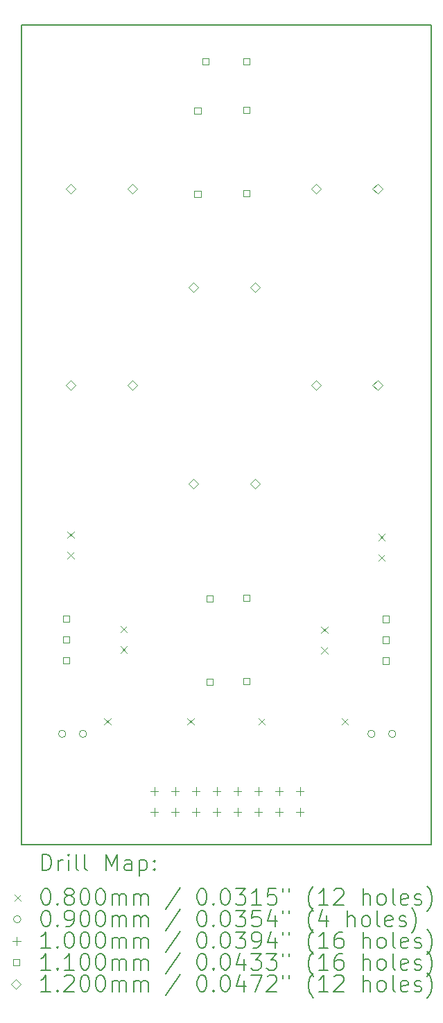
<source format=gbr>
%FSLAX45Y45*%
G04 Gerber Fmt 4.5, Leading zero omitted, Abs format (unit mm)*
G04 Created by KiCad (PCBNEW (6.0.2)) date 2022-03-19 09:05:39*
%MOMM*%
%LPD*%
G01*
G04 APERTURE LIST*
%TA.AperFunction,Profile*%
%ADD10C,0.150000*%
%TD*%
%ADD11C,0.200000*%
%ADD12C,0.080000*%
%ADD13C,0.090000*%
%ADD14C,0.100000*%
%ADD15C,0.110000*%
%ADD16C,0.120000*%
G04 APERTURE END LIST*
D10*
X6000000Y-5000000D02*
X11000000Y-5000000D01*
X6000000Y-15000000D02*
X6000000Y-5000000D01*
X11000000Y-15000000D02*
X11000000Y-5000000D01*
X6000000Y-15000000D02*
X11000000Y-15000000D01*
D11*
D12*
X6560000Y-11180511D02*
X6640000Y-11260511D01*
X6640000Y-11180511D02*
X6560000Y-11260511D01*
X6560000Y-11430511D02*
X6640000Y-11510511D01*
X6640000Y-11430511D02*
X6560000Y-11510511D01*
X7010000Y-13460000D02*
X7090000Y-13540000D01*
X7090000Y-13460000D02*
X7010000Y-13540000D01*
X7210000Y-12330511D02*
X7290000Y-12410511D01*
X7290000Y-12330511D02*
X7210000Y-12410511D01*
X7210000Y-12580511D02*
X7290000Y-12660511D01*
X7290000Y-12580511D02*
X7210000Y-12660511D01*
X8026000Y-13460000D02*
X8106000Y-13540000D01*
X8106000Y-13460000D02*
X8026000Y-13540000D01*
X8894000Y-13460000D02*
X8974000Y-13540000D01*
X8974000Y-13460000D02*
X8894000Y-13540000D01*
X9660000Y-12339489D02*
X9740000Y-12419489D01*
X9740000Y-12339489D02*
X9660000Y-12419489D01*
X9660000Y-12589489D02*
X9740000Y-12669489D01*
X9740000Y-12589489D02*
X9660000Y-12669489D01*
X9910000Y-13460000D02*
X9990000Y-13540000D01*
X9990000Y-13460000D02*
X9910000Y-13540000D01*
X10360000Y-11210000D02*
X10440000Y-11290000D01*
X10440000Y-11210000D02*
X10360000Y-11290000D01*
X10360000Y-11460000D02*
X10440000Y-11540000D01*
X10440000Y-11460000D02*
X10360000Y-11540000D01*
D13*
X6541000Y-13650000D02*
G75*
G03*
X6541000Y-13650000I-45000J0D01*
G01*
X6795000Y-13650000D02*
G75*
G03*
X6795000Y-13650000I-45000J0D01*
G01*
X10317500Y-13650000D02*
G75*
G03*
X10317500Y-13650000I-45000J0D01*
G01*
X10571500Y-13650000D02*
G75*
G03*
X10571500Y-13650000I-45000J0D01*
G01*
D14*
X7622000Y-14300000D02*
X7622000Y-14400000D01*
X7572000Y-14350000D02*
X7672000Y-14350000D01*
X7622000Y-14554000D02*
X7622000Y-14654000D01*
X7572000Y-14604000D02*
X7672000Y-14604000D01*
X7876000Y-14300000D02*
X7876000Y-14400000D01*
X7826000Y-14350000D02*
X7926000Y-14350000D01*
X7876000Y-14554000D02*
X7876000Y-14654000D01*
X7826000Y-14604000D02*
X7926000Y-14604000D01*
X8130000Y-14300000D02*
X8130000Y-14400000D01*
X8080000Y-14350000D02*
X8180000Y-14350000D01*
X8130000Y-14554000D02*
X8130000Y-14654000D01*
X8080000Y-14604000D02*
X8180000Y-14604000D01*
X8384000Y-14300000D02*
X8384000Y-14400000D01*
X8334000Y-14350000D02*
X8434000Y-14350000D01*
X8384000Y-14554000D02*
X8384000Y-14654000D01*
X8334000Y-14604000D02*
X8434000Y-14604000D01*
X8638000Y-14300000D02*
X8638000Y-14400000D01*
X8588000Y-14350000D02*
X8688000Y-14350000D01*
X8638000Y-14554000D02*
X8638000Y-14654000D01*
X8588000Y-14604000D02*
X8688000Y-14604000D01*
X8892000Y-14300000D02*
X8892000Y-14400000D01*
X8842000Y-14350000D02*
X8942000Y-14350000D01*
X8892000Y-14554000D02*
X8892000Y-14654000D01*
X8842000Y-14604000D02*
X8942000Y-14604000D01*
X9146000Y-14300000D02*
X9146000Y-14400000D01*
X9096000Y-14350000D02*
X9196000Y-14350000D01*
X9146000Y-14554000D02*
X9146000Y-14654000D01*
X9096000Y-14604000D02*
X9196000Y-14604000D01*
X9400000Y-14300000D02*
X9400000Y-14400000D01*
X9350000Y-14350000D02*
X9450000Y-14350000D01*
X9400000Y-14554000D02*
X9400000Y-14654000D01*
X9350000Y-14604000D02*
X9450000Y-14604000D01*
D15*
X6584891Y-12284891D02*
X6584891Y-12207109D01*
X6507109Y-12207109D01*
X6507109Y-12284891D01*
X6584891Y-12284891D01*
X6584891Y-12538891D02*
X6584891Y-12461109D01*
X6507109Y-12461109D01*
X6507109Y-12538891D01*
X6584891Y-12538891D01*
X6584891Y-12792891D02*
X6584891Y-12715109D01*
X6507109Y-12715109D01*
X6507109Y-12792891D01*
X6584891Y-12792891D01*
X8188891Y-6088891D02*
X8188891Y-6011109D01*
X8111109Y-6011109D01*
X8111109Y-6088891D01*
X8188891Y-6088891D01*
X8188891Y-7104891D02*
X8188891Y-7027109D01*
X8111109Y-7027109D01*
X8111109Y-7104891D01*
X8188891Y-7104891D01*
X8288891Y-5488891D02*
X8288891Y-5411109D01*
X8211109Y-5411109D01*
X8211109Y-5488891D01*
X8288891Y-5488891D01*
X8338891Y-12038891D02*
X8338891Y-11961109D01*
X8261109Y-11961109D01*
X8261109Y-12038891D01*
X8338891Y-12038891D01*
X8338891Y-13054891D02*
X8338891Y-12977109D01*
X8261109Y-12977109D01*
X8261109Y-13054891D01*
X8338891Y-13054891D01*
X8788891Y-5488891D02*
X8788891Y-5411109D01*
X8711109Y-5411109D01*
X8711109Y-5488891D01*
X8788891Y-5488891D01*
X8788891Y-6080891D02*
X8788891Y-6003109D01*
X8711109Y-6003109D01*
X8711109Y-6080891D01*
X8788891Y-6080891D01*
X8788891Y-7096891D02*
X8788891Y-7019109D01*
X8711109Y-7019109D01*
X8711109Y-7096891D01*
X8788891Y-7096891D01*
X8788891Y-12030891D02*
X8788891Y-11953109D01*
X8711109Y-11953109D01*
X8711109Y-12030891D01*
X8788891Y-12030891D01*
X8788891Y-13046891D02*
X8788891Y-12969109D01*
X8711109Y-12969109D01*
X8711109Y-13046891D01*
X8788891Y-13046891D01*
X10488891Y-12288891D02*
X10488891Y-12211109D01*
X10411109Y-12211109D01*
X10411109Y-12288891D01*
X10488891Y-12288891D01*
X10488891Y-12542891D02*
X10488891Y-12465109D01*
X10411109Y-12465109D01*
X10411109Y-12542891D01*
X10488891Y-12542891D01*
X10488891Y-12796891D02*
X10488891Y-12719109D01*
X10411109Y-12719109D01*
X10411109Y-12796891D01*
X10488891Y-12796891D01*
D16*
X6602222Y-7060000D02*
X6662222Y-7000000D01*
X6602222Y-6940000D01*
X6542222Y-7000000D01*
X6602222Y-7060000D01*
X6602222Y-9460000D02*
X6662222Y-9400000D01*
X6602222Y-9340000D01*
X6542222Y-9400000D01*
X6602222Y-9460000D01*
X7352222Y-7060000D02*
X7412222Y-7000000D01*
X7352222Y-6940000D01*
X7292222Y-7000000D01*
X7352222Y-7060000D01*
X7352222Y-9460000D02*
X7412222Y-9400000D01*
X7352222Y-9340000D01*
X7292222Y-9400000D01*
X7352222Y-9460000D01*
X8100000Y-8260000D02*
X8160000Y-8200000D01*
X8100000Y-8140000D01*
X8040000Y-8200000D01*
X8100000Y-8260000D01*
X8102222Y-10660000D02*
X8162222Y-10600000D01*
X8102222Y-10540000D01*
X8042222Y-10600000D01*
X8102222Y-10660000D01*
X8850000Y-8260000D02*
X8910000Y-8200000D01*
X8850000Y-8140000D01*
X8790000Y-8200000D01*
X8850000Y-8260000D01*
X8852222Y-10660000D02*
X8912222Y-10600000D01*
X8852222Y-10540000D01*
X8792222Y-10600000D01*
X8852222Y-10660000D01*
X9597778Y-7060000D02*
X9657778Y-7000000D01*
X9597778Y-6940000D01*
X9537778Y-7000000D01*
X9597778Y-7060000D01*
X9597778Y-9460000D02*
X9657778Y-9400000D01*
X9597778Y-9340000D01*
X9537778Y-9400000D01*
X9597778Y-9460000D01*
X10347778Y-7060000D02*
X10407778Y-7000000D01*
X10347778Y-6940000D01*
X10287778Y-7000000D01*
X10347778Y-7060000D01*
X10347778Y-9460000D02*
X10407778Y-9400000D01*
X10347778Y-9340000D01*
X10287778Y-9400000D01*
X10347778Y-9460000D01*
D11*
X6250119Y-15317976D02*
X6250119Y-15117976D01*
X6297738Y-15117976D01*
X6326309Y-15127500D01*
X6345357Y-15146548D01*
X6354881Y-15165595D01*
X6364405Y-15203690D01*
X6364405Y-15232262D01*
X6354881Y-15270357D01*
X6345357Y-15289405D01*
X6326309Y-15308452D01*
X6297738Y-15317976D01*
X6250119Y-15317976D01*
X6450119Y-15317976D02*
X6450119Y-15184643D01*
X6450119Y-15222738D02*
X6459643Y-15203690D01*
X6469167Y-15194167D01*
X6488214Y-15184643D01*
X6507262Y-15184643D01*
X6573928Y-15317976D02*
X6573928Y-15184643D01*
X6573928Y-15117976D02*
X6564405Y-15127500D01*
X6573928Y-15137024D01*
X6583452Y-15127500D01*
X6573928Y-15117976D01*
X6573928Y-15137024D01*
X6697738Y-15317976D02*
X6678690Y-15308452D01*
X6669167Y-15289405D01*
X6669167Y-15117976D01*
X6802500Y-15317976D02*
X6783452Y-15308452D01*
X6773928Y-15289405D01*
X6773928Y-15117976D01*
X7031071Y-15317976D02*
X7031071Y-15117976D01*
X7097738Y-15260833D01*
X7164405Y-15117976D01*
X7164405Y-15317976D01*
X7345357Y-15317976D02*
X7345357Y-15213214D01*
X7335833Y-15194167D01*
X7316786Y-15184643D01*
X7278690Y-15184643D01*
X7259643Y-15194167D01*
X7345357Y-15308452D02*
X7326309Y-15317976D01*
X7278690Y-15317976D01*
X7259643Y-15308452D01*
X7250119Y-15289405D01*
X7250119Y-15270357D01*
X7259643Y-15251309D01*
X7278690Y-15241786D01*
X7326309Y-15241786D01*
X7345357Y-15232262D01*
X7440595Y-15184643D02*
X7440595Y-15384643D01*
X7440595Y-15194167D02*
X7459643Y-15184643D01*
X7497738Y-15184643D01*
X7516786Y-15194167D01*
X7526309Y-15203690D01*
X7535833Y-15222738D01*
X7535833Y-15279881D01*
X7526309Y-15298928D01*
X7516786Y-15308452D01*
X7497738Y-15317976D01*
X7459643Y-15317976D01*
X7440595Y-15308452D01*
X7621548Y-15298928D02*
X7631071Y-15308452D01*
X7621548Y-15317976D01*
X7612024Y-15308452D01*
X7621548Y-15298928D01*
X7621548Y-15317976D01*
X7621548Y-15194167D02*
X7631071Y-15203690D01*
X7621548Y-15213214D01*
X7612024Y-15203690D01*
X7621548Y-15194167D01*
X7621548Y-15213214D01*
D12*
X5912500Y-15607500D02*
X5992500Y-15687500D01*
X5992500Y-15607500D02*
X5912500Y-15687500D01*
D11*
X6288214Y-15537976D02*
X6307262Y-15537976D01*
X6326309Y-15547500D01*
X6335833Y-15557024D01*
X6345357Y-15576071D01*
X6354881Y-15614167D01*
X6354881Y-15661786D01*
X6345357Y-15699881D01*
X6335833Y-15718928D01*
X6326309Y-15728452D01*
X6307262Y-15737976D01*
X6288214Y-15737976D01*
X6269167Y-15728452D01*
X6259643Y-15718928D01*
X6250119Y-15699881D01*
X6240595Y-15661786D01*
X6240595Y-15614167D01*
X6250119Y-15576071D01*
X6259643Y-15557024D01*
X6269167Y-15547500D01*
X6288214Y-15537976D01*
X6440595Y-15718928D02*
X6450119Y-15728452D01*
X6440595Y-15737976D01*
X6431071Y-15728452D01*
X6440595Y-15718928D01*
X6440595Y-15737976D01*
X6564405Y-15623690D02*
X6545357Y-15614167D01*
X6535833Y-15604643D01*
X6526309Y-15585595D01*
X6526309Y-15576071D01*
X6535833Y-15557024D01*
X6545357Y-15547500D01*
X6564405Y-15537976D01*
X6602500Y-15537976D01*
X6621548Y-15547500D01*
X6631071Y-15557024D01*
X6640595Y-15576071D01*
X6640595Y-15585595D01*
X6631071Y-15604643D01*
X6621548Y-15614167D01*
X6602500Y-15623690D01*
X6564405Y-15623690D01*
X6545357Y-15633214D01*
X6535833Y-15642738D01*
X6526309Y-15661786D01*
X6526309Y-15699881D01*
X6535833Y-15718928D01*
X6545357Y-15728452D01*
X6564405Y-15737976D01*
X6602500Y-15737976D01*
X6621548Y-15728452D01*
X6631071Y-15718928D01*
X6640595Y-15699881D01*
X6640595Y-15661786D01*
X6631071Y-15642738D01*
X6621548Y-15633214D01*
X6602500Y-15623690D01*
X6764405Y-15537976D02*
X6783452Y-15537976D01*
X6802500Y-15547500D01*
X6812024Y-15557024D01*
X6821548Y-15576071D01*
X6831071Y-15614167D01*
X6831071Y-15661786D01*
X6821548Y-15699881D01*
X6812024Y-15718928D01*
X6802500Y-15728452D01*
X6783452Y-15737976D01*
X6764405Y-15737976D01*
X6745357Y-15728452D01*
X6735833Y-15718928D01*
X6726309Y-15699881D01*
X6716786Y-15661786D01*
X6716786Y-15614167D01*
X6726309Y-15576071D01*
X6735833Y-15557024D01*
X6745357Y-15547500D01*
X6764405Y-15537976D01*
X6954881Y-15537976D02*
X6973928Y-15537976D01*
X6992976Y-15547500D01*
X7002500Y-15557024D01*
X7012024Y-15576071D01*
X7021548Y-15614167D01*
X7021548Y-15661786D01*
X7012024Y-15699881D01*
X7002500Y-15718928D01*
X6992976Y-15728452D01*
X6973928Y-15737976D01*
X6954881Y-15737976D01*
X6935833Y-15728452D01*
X6926309Y-15718928D01*
X6916786Y-15699881D01*
X6907262Y-15661786D01*
X6907262Y-15614167D01*
X6916786Y-15576071D01*
X6926309Y-15557024D01*
X6935833Y-15547500D01*
X6954881Y-15537976D01*
X7107262Y-15737976D02*
X7107262Y-15604643D01*
X7107262Y-15623690D02*
X7116786Y-15614167D01*
X7135833Y-15604643D01*
X7164405Y-15604643D01*
X7183452Y-15614167D01*
X7192976Y-15633214D01*
X7192976Y-15737976D01*
X7192976Y-15633214D02*
X7202500Y-15614167D01*
X7221548Y-15604643D01*
X7250119Y-15604643D01*
X7269167Y-15614167D01*
X7278690Y-15633214D01*
X7278690Y-15737976D01*
X7373928Y-15737976D02*
X7373928Y-15604643D01*
X7373928Y-15623690D02*
X7383452Y-15614167D01*
X7402500Y-15604643D01*
X7431071Y-15604643D01*
X7450119Y-15614167D01*
X7459643Y-15633214D01*
X7459643Y-15737976D01*
X7459643Y-15633214D02*
X7469167Y-15614167D01*
X7488214Y-15604643D01*
X7516786Y-15604643D01*
X7535833Y-15614167D01*
X7545357Y-15633214D01*
X7545357Y-15737976D01*
X7935833Y-15528452D02*
X7764405Y-15785595D01*
X8192976Y-15537976D02*
X8212024Y-15537976D01*
X8231071Y-15547500D01*
X8240595Y-15557024D01*
X8250119Y-15576071D01*
X8259643Y-15614167D01*
X8259643Y-15661786D01*
X8250119Y-15699881D01*
X8240595Y-15718928D01*
X8231071Y-15728452D01*
X8212024Y-15737976D01*
X8192976Y-15737976D01*
X8173928Y-15728452D01*
X8164405Y-15718928D01*
X8154881Y-15699881D01*
X8145357Y-15661786D01*
X8145357Y-15614167D01*
X8154881Y-15576071D01*
X8164405Y-15557024D01*
X8173928Y-15547500D01*
X8192976Y-15537976D01*
X8345357Y-15718928D02*
X8354881Y-15728452D01*
X8345357Y-15737976D01*
X8335833Y-15728452D01*
X8345357Y-15718928D01*
X8345357Y-15737976D01*
X8478690Y-15537976D02*
X8497738Y-15537976D01*
X8516786Y-15547500D01*
X8526310Y-15557024D01*
X8535833Y-15576071D01*
X8545357Y-15614167D01*
X8545357Y-15661786D01*
X8535833Y-15699881D01*
X8526310Y-15718928D01*
X8516786Y-15728452D01*
X8497738Y-15737976D01*
X8478690Y-15737976D01*
X8459643Y-15728452D01*
X8450119Y-15718928D01*
X8440595Y-15699881D01*
X8431071Y-15661786D01*
X8431071Y-15614167D01*
X8440595Y-15576071D01*
X8450119Y-15557024D01*
X8459643Y-15547500D01*
X8478690Y-15537976D01*
X8612024Y-15537976D02*
X8735833Y-15537976D01*
X8669167Y-15614167D01*
X8697738Y-15614167D01*
X8716786Y-15623690D01*
X8726310Y-15633214D01*
X8735833Y-15652262D01*
X8735833Y-15699881D01*
X8726310Y-15718928D01*
X8716786Y-15728452D01*
X8697738Y-15737976D01*
X8640595Y-15737976D01*
X8621548Y-15728452D01*
X8612024Y-15718928D01*
X8926310Y-15737976D02*
X8812024Y-15737976D01*
X8869167Y-15737976D02*
X8869167Y-15537976D01*
X8850119Y-15566548D01*
X8831071Y-15585595D01*
X8812024Y-15595119D01*
X9107262Y-15537976D02*
X9012024Y-15537976D01*
X9002500Y-15633214D01*
X9012024Y-15623690D01*
X9031071Y-15614167D01*
X9078690Y-15614167D01*
X9097738Y-15623690D01*
X9107262Y-15633214D01*
X9116786Y-15652262D01*
X9116786Y-15699881D01*
X9107262Y-15718928D01*
X9097738Y-15728452D01*
X9078690Y-15737976D01*
X9031071Y-15737976D01*
X9012024Y-15728452D01*
X9002500Y-15718928D01*
X9192976Y-15537976D02*
X9192976Y-15576071D01*
X9269167Y-15537976D02*
X9269167Y-15576071D01*
X9564405Y-15814167D02*
X9554881Y-15804643D01*
X9535833Y-15776071D01*
X9526310Y-15757024D01*
X9516786Y-15728452D01*
X9507262Y-15680833D01*
X9507262Y-15642738D01*
X9516786Y-15595119D01*
X9526310Y-15566548D01*
X9535833Y-15547500D01*
X9554881Y-15518928D01*
X9564405Y-15509405D01*
X9745357Y-15737976D02*
X9631071Y-15737976D01*
X9688214Y-15737976D02*
X9688214Y-15537976D01*
X9669167Y-15566548D01*
X9650119Y-15585595D01*
X9631071Y-15595119D01*
X9821548Y-15557024D02*
X9831071Y-15547500D01*
X9850119Y-15537976D01*
X9897738Y-15537976D01*
X9916786Y-15547500D01*
X9926310Y-15557024D01*
X9935833Y-15576071D01*
X9935833Y-15595119D01*
X9926310Y-15623690D01*
X9812024Y-15737976D01*
X9935833Y-15737976D01*
X10173929Y-15737976D02*
X10173929Y-15537976D01*
X10259643Y-15737976D02*
X10259643Y-15633214D01*
X10250119Y-15614167D01*
X10231071Y-15604643D01*
X10202500Y-15604643D01*
X10183452Y-15614167D01*
X10173929Y-15623690D01*
X10383452Y-15737976D02*
X10364405Y-15728452D01*
X10354881Y-15718928D01*
X10345357Y-15699881D01*
X10345357Y-15642738D01*
X10354881Y-15623690D01*
X10364405Y-15614167D01*
X10383452Y-15604643D01*
X10412024Y-15604643D01*
X10431071Y-15614167D01*
X10440595Y-15623690D01*
X10450119Y-15642738D01*
X10450119Y-15699881D01*
X10440595Y-15718928D01*
X10431071Y-15728452D01*
X10412024Y-15737976D01*
X10383452Y-15737976D01*
X10564405Y-15737976D02*
X10545357Y-15728452D01*
X10535833Y-15709405D01*
X10535833Y-15537976D01*
X10716786Y-15728452D02*
X10697738Y-15737976D01*
X10659643Y-15737976D01*
X10640595Y-15728452D01*
X10631071Y-15709405D01*
X10631071Y-15633214D01*
X10640595Y-15614167D01*
X10659643Y-15604643D01*
X10697738Y-15604643D01*
X10716786Y-15614167D01*
X10726310Y-15633214D01*
X10726310Y-15652262D01*
X10631071Y-15671309D01*
X10802500Y-15728452D02*
X10821548Y-15737976D01*
X10859643Y-15737976D01*
X10878690Y-15728452D01*
X10888214Y-15709405D01*
X10888214Y-15699881D01*
X10878690Y-15680833D01*
X10859643Y-15671309D01*
X10831071Y-15671309D01*
X10812024Y-15661786D01*
X10802500Y-15642738D01*
X10802500Y-15633214D01*
X10812024Y-15614167D01*
X10831071Y-15604643D01*
X10859643Y-15604643D01*
X10878690Y-15614167D01*
X10954881Y-15814167D02*
X10964405Y-15804643D01*
X10983452Y-15776071D01*
X10992976Y-15757024D01*
X11002500Y-15728452D01*
X11012024Y-15680833D01*
X11012024Y-15642738D01*
X11002500Y-15595119D01*
X10992976Y-15566548D01*
X10983452Y-15547500D01*
X10964405Y-15518928D01*
X10954881Y-15509405D01*
D13*
X5992500Y-15911500D02*
G75*
G03*
X5992500Y-15911500I-45000J0D01*
G01*
D11*
X6288214Y-15801976D02*
X6307262Y-15801976D01*
X6326309Y-15811500D01*
X6335833Y-15821024D01*
X6345357Y-15840071D01*
X6354881Y-15878167D01*
X6354881Y-15925786D01*
X6345357Y-15963881D01*
X6335833Y-15982928D01*
X6326309Y-15992452D01*
X6307262Y-16001976D01*
X6288214Y-16001976D01*
X6269167Y-15992452D01*
X6259643Y-15982928D01*
X6250119Y-15963881D01*
X6240595Y-15925786D01*
X6240595Y-15878167D01*
X6250119Y-15840071D01*
X6259643Y-15821024D01*
X6269167Y-15811500D01*
X6288214Y-15801976D01*
X6440595Y-15982928D02*
X6450119Y-15992452D01*
X6440595Y-16001976D01*
X6431071Y-15992452D01*
X6440595Y-15982928D01*
X6440595Y-16001976D01*
X6545357Y-16001976D02*
X6583452Y-16001976D01*
X6602500Y-15992452D01*
X6612024Y-15982928D01*
X6631071Y-15954357D01*
X6640595Y-15916262D01*
X6640595Y-15840071D01*
X6631071Y-15821024D01*
X6621548Y-15811500D01*
X6602500Y-15801976D01*
X6564405Y-15801976D01*
X6545357Y-15811500D01*
X6535833Y-15821024D01*
X6526309Y-15840071D01*
X6526309Y-15887690D01*
X6535833Y-15906738D01*
X6545357Y-15916262D01*
X6564405Y-15925786D01*
X6602500Y-15925786D01*
X6621548Y-15916262D01*
X6631071Y-15906738D01*
X6640595Y-15887690D01*
X6764405Y-15801976D02*
X6783452Y-15801976D01*
X6802500Y-15811500D01*
X6812024Y-15821024D01*
X6821548Y-15840071D01*
X6831071Y-15878167D01*
X6831071Y-15925786D01*
X6821548Y-15963881D01*
X6812024Y-15982928D01*
X6802500Y-15992452D01*
X6783452Y-16001976D01*
X6764405Y-16001976D01*
X6745357Y-15992452D01*
X6735833Y-15982928D01*
X6726309Y-15963881D01*
X6716786Y-15925786D01*
X6716786Y-15878167D01*
X6726309Y-15840071D01*
X6735833Y-15821024D01*
X6745357Y-15811500D01*
X6764405Y-15801976D01*
X6954881Y-15801976D02*
X6973928Y-15801976D01*
X6992976Y-15811500D01*
X7002500Y-15821024D01*
X7012024Y-15840071D01*
X7021548Y-15878167D01*
X7021548Y-15925786D01*
X7012024Y-15963881D01*
X7002500Y-15982928D01*
X6992976Y-15992452D01*
X6973928Y-16001976D01*
X6954881Y-16001976D01*
X6935833Y-15992452D01*
X6926309Y-15982928D01*
X6916786Y-15963881D01*
X6907262Y-15925786D01*
X6907262Y-15878167D01*
X6916786Y-15840071D01*
X6926309Y-15821024D01*
X6935833Y-15811500D01*
X6954881Y-15801976D01*
X7107262Y-16001976D02*
X7107262Y-15868643D01*
X7107262Y-15887690D02*
X7116786Y-15878167D01*
X7135833Y-15868643D01*
X7164405Y-15868643D01*
X7183452Y-15878167D01*
X7192976Y-15897214D01*
X7192976Y-16001976D01*
X7192976Y-15897214D02*
X7202500Y-15878167D01*
X7221548Y-15868643D01*
X7250119Y-15868643D01*
X7269167Y-15878167D01*
X7278690Y-15897214D01*
X7278690Y-16001976D01*
X7373928Y-16001976D02*
X7373928Y-15868643D01*
X7373928Y-15887690D02*
X7383452Y-15878167D01*
X7402500Y-15868643D01*
X7431071Y-15868643D01*
X7450119Y-15878167D01*
X7459643Y-15897214D01*
X7459643Y-16001976D01*
X7459643Y-15897214D02*
X7469167Y-15878167D01*
X7488214Y-15868643D01*
X7516786Y-15868643D01*
X7535833Y-15878167D01*
X7545357Y-15897214D01*
X7545357Y-16001976D01*
X7935833Y-15792452D02*
X7764405Y-16049595D01*
X8192976Y-15801976D02*
X8212024Y-15801976D01*
X8231071Y-15811500D01*
X8240595Y-15821024D01*
X8250119Y-15840071D01*
X8259643Y-15878167D01*
X8259643Y-15925786D01*
X8250119Y-15963881D01*
X8240595Y-15982928D01*
X8231071Y-15992452D01*
X8212024Y-16001976D01*
X8192976Y-16001976D01*
X8173928Y-15992452D01*
X8164405Y-15982928D01*
X8154881Y-15963881D01*
X8145357Y-15925786D01*
X8145357Y-15878167D01*
X8154881Y-15840071D01*
X8164405Y-15821024D01*
X8173928Y-15811500D01*
X8192976Y-15801976D01*
X8345357Y-15982928D02*
X8354881Y-15992452D01*
X8345357Y-16001976D01*
X8335833Y-15992452D01*
X8345357Y-15982928D01*
X8345357Y-16001976D01*
X8478690Y-15801976D02*
X8497738Y-15801976D01*
X8516786Y-15811500D01*
X8526310Y-15821024D01*
X8535833Y-15840071D01*
X8545357Y-15878167D01*
X8545357Y-15925786D01*
X8535833Y-15963881D01*
X8526310Y-15982928D01*
X8516786Y-15992452D01*
X8497738Y-16001976D01*
X8478690Y-16001976D01*
X8459643Y-15992452D01*
X8450119Y-15982928D01*
X8440595Y-15963881D01*
X8431071Y-15925786D01*
X8431071Y-15878167D01*
X8440595Y-15840071D01*
X8450119Y-15821024D01*
X8459643Y-15811500D01*
X8478690Y-15801976D01*
X8612024Y-15801976D02*
X8735833Y-15801976D01*
X8669167Y-15878167D01*
X8697738Y-15878167D01*
X8716786Y-15887690D01*
X8726310Y-15897214D01*
X8735833Y-15916262D01*
X8735833Y-15963881D01*
X8726310Y-15982928D01*
X8716786Y-15992452D01*
X8697738Y-16001976D01*
X8640595Y-16001976D01*
X8621548Y-15992452D01*
X8612024Y-15982928D01*
X8916786Y-15801976D02*
X8821548Y-15801976D01*
X8812024Y-15897214D01*
X8821548Y-15887690D01*
X8840595Y-15878167D01*
X8888214Y-15878167D01*
X8907262Y-15887690D01*
X8916786Y-15897214D01*
X8926310Y-15916262D01*
X8926310Y-15963881D01*
X8916786Y-15982928D01*
X8907262Y-15992452D01*
X8888214Y-16001976D01*
X8840595Y-16001976D01*
X8821548Y-15992452D01*
X8812024Y-15982928D01*
X9097738Y-15868643D02*
X9097738Y-16001976D01*
X9050119Y-15792452D02*
X9002500Y-15935309D01*
X9126310Y-15935309D01*
X9192976Y-15801976D02*
X9192976Y-15840071D01*
X9269167Y-15801976D02*
X9269167Y-15840071D01*
X9564405Y-16078167D02*
X9554881Y-16068643D01*
X9535833Y-16040071D01*
X9526310Y-16021024D01*
X9516786Y-15992452D01*
X9507262Y-15944833D01*
X9507262Y-15906738D01*
X9516786Y-15859119D01*
X9526310Y-15830548D01*
X9535833Y-15811500D01*
X9554881Y-15782928D01*
X9564405Y-15773405D01*
X9726310Y-15868643D02*
X9726310Y-16001976D01*
X9678690Y-15792452D02*
X9631071Y-15935309D01*
X9754881Y-15935309D01*
X9983452Y-16001976D02*
X9983452Y-15801976D01*
X10069167Y-16001976D02*
X10069167Y-15897214D01*
X10059643Y-15878167D01*
X10040595Y-15868643D01*
X10012024Y-15868643D01*
X9992976Y-15878167D01*
X9983452Y-15887690D01*
X10192976Y-16001976D02*
X10173929Y-15992452D01*
X10164405Y-15982928D01*
X10154881Y-15963881D01*
X10154881Y-15906738D01*
X10164405Y-15887690D01*
X10173929Y-15878167D01*
X10192976Y-15868643D01*
X10221548Y-15868643D01*
X10240595Y-15878167D01*
X10250119Y-15887690D01*
X10259643Y-15906738D01*
X10259643Y-15963881D01*
X10250119Y-15982928D01*
X10240595Y-15992452D01*
X10221548Y-16001976D01*
X10192976Y-16001976D01*
X10373929Y-16001976D02*
X10354881Y-15992452D01*
X10345357Y-15973405D01*
X10345357Y-15801976D01*
X10526310Y-15992452D02*
X10507262Y-16001976D01*
X10469167Y-16001976D01*
X10450119Y-15992452D01*
X10440595Y-15973405D01*
X10440595Y-15897214D01*
X10450119Y-15878167D01*
X10469167Y-15868643D01*
X10507262Y-15868643D01*
X10526310Y-15878167D01*
X10535833Y-15897214D01*
X10535833Y-15916262D01*
X10440595Y-15935309D01*
X10612024Y-15992452D02*
X10631071Y-16001976D01*
X10669167Y-16001976D01*
X10688214Y-15992452D01*
X10697738Y-15973405D01*
X10697738Y-15963881D01*
X10688214Y-15944833D01*
X10669167Y-15935309D01*
X10640595Y-15935309D01*
X10621548Y-15925786D01*
X10612024Y-15906738D01*
X10612024Y-15897214D01*
X10621548Y-15878167D01*
X10640595Y-15868643D01*
X10669167Y-15868643D01*
X10688214Y-15878167D01*
X10764405Y-16078167D02*
X10773929Y-16068643D01*
X10792976Y-16040071D01*
X10802500Y-16021024D01*
X10812024Y-15992452D01*
X10821548Y-15944833D01*
X10821548Y-15906738D01*
X10812024Y-15859119D01*
X10802500Y-15830548D01*
X10792976Y-15811500D01*
X10773929Y-15782928D01*
X10764405Y-15773405D01*
D14*
X5942500Y-16125500D02*
X5942500Y-16225500D01*
X5892500Y-16175500D02*
X5992500Y-16175500D01*
D11*
X6354881Y-16265976D02*
X6240595Y-16265976D01*
X6297738Y-16265976D02*
X6297738Y-16065976D01*
X6278690Y-16094548D01*
X6259643Y-16113595D01*
X6240595Y-16123119D01*
X6440595Y-16246928D02*
X6450119Y-16256452D01*
X6440595Y-16265976D01*
X6431071Y-16256452D01*
X6440595Y-16246928D01*
X6440595Y-16265976D01*
X6573928Y-16065976D02*
X6592976Y-16065976D01*
X6612024Y-16075500D01*
X6621548Y-16085024D01*
X6631071Y-16104071D01*
X6640595Y-16142167D01*
X6640595Y-16189786D01*
X6631071Y-16227881D01*
X6621548Y-16246928D01*
X6612024Y-16256452D01*
X6592976Y-16265976D01*
X6573928Y-16265976D01*
X6554881Y-16256452D01*
X6545357Y-16246928D01*
X6535833Y-16227881D01*
X6526309Y-16189786D01*
X6526309Y-16142167D01*
X6535833Y-16104071D01*
X6545357Y-16085024D01*
X6554881Y-16075500D01*
X6573928Y-16065976D01*
X6764405Y-16065976D02*
X6783452Y-16065976D01*
X6802500Y-16075500D01*
X6812024Y-16085024D01*
X6821548Y-16104071D01*
X6831071Y-16142167D01*
X6831071Y-16189786D01*
X6821548Y-16227881D01*
X6812024Y-16246928D01*
X6802500Y-16256452D01*
X6783452Y-16265976D01*
X6764405Y-16265976D01*
X6745357Y-16256452D01*
X6735833Y-16246928D01*
X6726309Y-16227881D01*
X6716786Y-16189786D01*
X6716786Y-16142167D01*
X6726309Y-16104071D01*
X6735833Y-16085024D01*
X6745357Y-16075500D01*
X6764405Y-16065976D01*
X6954881Y-16065976D02*
X6973928Y-16065976D01*
X6992976Y-16075500D01*
X7002500Y-16085024D01*
X7012024Y-16104071D01*
X7021548Y-16142167D01*
X7021548Y-16189786D01*
X7012024Y-16227881D01*
X7002500Y-16246928D01*
X6992976Y-16256452D01*
X6973928Y-16265976D01*
X6954881Y-16265976D01*
X6935833Y-16256452D01*
X6926309Y-16246928D01*
X6916786Y-16227881D01*
X6907262Y-16189786D01*
X6907262Y-16142167D01*
X6916786Y-16104071D01*
X6926309Y-16085024D01*
X6935833Y-16075500D01*
X6954881Y-16065976D01*
X7107262Y-16265976D02*
X7107262Y-16132643D01*
X7107262Y-16151690D02*
X7116786Y-16142167D01*
X7135833Y-16132643D01*
X7164405Y-16132643D01*
X7183452Y-16142167D01*
X7192976Y-16161214D01*
X7192976Y-16265976D01*
X7192976Y-16161214D02*
X7202500Y-16142167D01*
X7221548Y-16132643D01*
X7250119Y-16132643D01*
X7269167Y-16142167D01*
X7278690Y-16161214D01*
X7278690Y-16265976D01*
X7373928Y-16265976D02*
X7373928Y-16132643D01*
X7373928Y-16151690D02*
X7383452Y-16142167D01*
X7402500Y-16132643D01*
X7431071Y-16132643D01*
X7450119Y-16142167D01*
X7459643Y-16161214D01*
X7459643Y-16265976D01*
X7459643Y-16161214D02*
X7469167Y-16142167D01*
X7488214Y-16132643D01*
X7516786Y-16132643D01*
X7535833Y-16142167D01*
X7545357Y-16161214D01*
X7545357Y-16265976D01*
X7935833Y-16056452D02*
X7764405Y-16313595D01*
X8192976Y-16065976D02*
X8212024Y-16065976D01*
X8231071Y-16075500D01*
X8240595Y-16085024D01*
X8250119Y-16104071D01*
X8259643Y-16142167D01*
X8259643Y-16189786D01*
X8250119Y-16227881D01*
X8240595Y-16246928D01*
X8231071Y-16256452D01*
X8212024Y-16265976D01*
X8192976Y-16265976D01*
X8173928Y-16256452D01*
X8164405Y-16246928D01*
X8154881Y-16227881D01*
X8145357Y-16189786D01*
X8145357Y-16142167D01*
X8154881Y-16104071D01*
X8164405Y-16085024D01*
X8173928Y-16075500D01*
X8192976Y-16065976D01*
X8345357Y-16246928D02*
X8354881Y-16256452D01*
X8345357Y-16265976D01*
X8335833Y-16256452D01*
X8345357Y-16246928D01*
X8345357Y-16265976D01*
X8478690Y-16065976D02*
X8497738Y-16065976D01*
X8516786Y-16075500D01*
X8526310Y-16085024D01*
X8535833Y-16104071D01*
X8545357Y-16142167D01*
X8545357Y-16189786D01*
X8535833Y-16227881D01*
X8526310Y-16246928D01*
X8516786Y-16256452D01*
X8497738Y-16265976D01*
X8478690Y-16265976D01*
X8459643Y-16256452D01*
X8450119Y-16246928D01*
X8440595Y-16227881D01*
X8431071Y-16189786D01*
X8431071Y-16142167D01*
X8440595Y-16104071D01*
X8450119Y-16085024D01*
X8459643Y-16075500D01*
X8478690Y-16065976D01*
X8612024Y-16065976D02*
X8735833Y-16065976D01*
X8669167Y-16142167D01*
X8697738Y-16142167D01*
X8716786Y-16151690D01*
X8726310Y-16161214D01*
X8735833Y-16180262D01*
X8735833Y-16227881D01*
X8726310Y-16246928D01*
X8716786Y-16256452D01*
X8697738Y-16265976D01*
X8640595Y-16265976D01*
X8621548Y-16256452D01*
X8612024Y-16246928D01*
X8831071Y-16265976D02*
X8869167Y-16265976D01*
X8888214Y-16256452D01*
X8897738Y-16246928D01*
X8916786Y-16218357D01*
X8926310Y-16180262D01*
X8926310Y-16104071D01*
X8916786Y-16085024D01*
X8907262Y-16075500D01*
X8888214Y-16065976D01*
X8850119Y-16065976D01*
X8831071Y-16075500D01*
X8821548Y-16085024D01*
X8812024Y-16104071D01*
X8812024Y-16151690D01*
X8821548Y-16170738D01*
X8831071Y-16180262D01*
X8850119Y-16189786D01*
X8888214Y-16189786D01*
X8907262Y-16180262D01*
X8916786Y-16170738D01*
X8926310Y-16151690D01*
X9097738Y-16132643D02*
X9097738Y-16265976D01*
X9050119Y-16056452D02*
X9002500Y-16199309D01*
X9126310Y-16199309D01*
X9192976Y-16065976D02*
X9192976Y-16104071D01*
X9269167Y-16065976D02*
X9269167Y-16104071D01*
X9564405Y-16342167D02*
X9554881Y-16332643D01*
X9535833Y-16304071D01*
X9526310Y-16285024D01*
X9516786Y-16256452D01*
X9507262Y-16208833D01*
X9507262Y-16170738D01*
X9516786Y-16123119D01*
X9526310Y-16094548D01*
X9535833Y-16075500D01*
X9554881Y-16046928D01*
X9564405Y-16037405D01*
X9745357Y-16265976D02*
X9631071Y-16265976D01*
X9688214Y-16265976D02*
X9688214Y-16065976D01*
X9669167Y-16094548D01*
X9650119Y-16113595D01*
X9631071Y-16123119D01*
X9916786Y-16065976D02*
X9878690Y-16065976D01*
X9859643Y-16075500D01*
X9850119Y-16085024D01*
X9831071Y-16113595D01*
X9821548Y-16151690D01*
X9821548Y-16227881D01*
X9831071Y-16246928D01*
X9840595Y-16256452D01*
X9859643Y-16265976D01*
X9897738Y-16265976D01*
X9916786Y-16256452D01*
X9926310Y-16246928D01*
X9935833Y-16227881D01*
X9935833Y-16180262D01*
X9926310Y-16161214D01*
X9916786Y-16151690D01*
X9897738Y-16142167D01*
X9859643Y-16142167D01*
X9840595Y-16151690D01*
X9831071Y-16161214D01*
X9821548Y-16180262D01*
X10173929Y-16265976D02*
X10173929Y-16065976D01*
X10259643Y-16265976D02*
X10259643Y-16161214D01*
X10250119Y-16142167D01*
X10231071Y-16132643D01*
X10202500Y-16132643D01*
X10183452Y-16142167D01*
X10173929Y-16151690D01*
X10383452Y-16265976D02*
X10364405Y-16256452D01*
X10354881Y-16246928D01*
X10345357Y-16227881D01*
X10345357Y-16170738D01*
X10354881Y-16151690D01*
X10364405Y-16142167D01*
X10383452Y-16132643D01*
X10412024Y-16132643D01*
X10431071Y-16142167D01*
X10440595Y-16151690D01*
X10450119Y-16170738D01*
X10450119Y-16227881D01*
X10440595Y-16246928D01*
X10431071Y-16256452D01*
X10412024Y-16265976D01*
X10383452Y-16265976D01*
X10564405Y-16265976D02*
X10545357Y-16256452D01*
X10535833Y-16237405D01*
X10535833Y-16065976D01*
X10716786Y-16256452D02*
X10697738Y-16265976D01*
X10659643Y-16265976D01*
X10640595Y-16256452D01*
X10631071Y-16237405D01*
X10631071Y-16161214D01*
X10640595Y-16142167D01*
X10659643Y-16132643D01*
X10697738Y-16132643D01*
X10716786Y-16142167D01*
X10726310Y-16161214D01*
X10726310Y-16180262D01*
X10631071Y-16199309D01*
X10802500Y-16256452D02*
X10821548Y-16265976D01*
X10859643Y-16265976D01*
X10878690Y-16256452D01*
X10888214Y-16237405D01*
X10888214Y-16227881D01*
X10878690Y-16208833D01*
X10859643Y-16199309D01*
X10831071Y-16199309D01*
X10812024Y-16189786D01*
X10802500Y-16170738D01*
X10802500Y-16161214D01*
X10812024Y-16142167D01*
X10831071Y-16132643D01*
X10859643Y-16132643D01*
X10878690Y-16142167D01*
X10954881Y-16342167D02*
X10964405Y-16332643D01*
X10983452Y-16304071D01*
X10992976Y-16285024D01*
X11002500Y-16256452D01*
X11012024Y-16208833D01*
X11012024Y-16170738D01*
X11002500Y-16123119D01*
X10992976Y-16094548D01*
X10983452Y-16075500D01*
X10964405Y-16046928D01*
X10954881Y-16037405D01*
D15*
X5976391Y-16478391D02*
X5976391Y-16400609D01*
X5898609Y-16400609D01*
X5898609Y-16478391D01*
X5976391Y-16478391D01*
D11*
X6354881Y-16529976D02*
X6240595Y-16529976D01*
X6297738Y-16529976D02*
X6297738Y-16329976D01*
X6278690Y-16358548D01*
X6259643Y-16377595D01*
X6240595Y-16387119D01*
X6440595Y-16510928D02*
X6450119Y-16520452D01*
X6440595Y-16529976D01*
X6431071Y-16520452D01*
X6440595Y-16510928D01*
X6440595Y-16529976D01*
X6640595Y-16529976D02*
X6526309Y-16529976D01*
X6583452Y-16529976D02*
X6583452Y-16329976D01*
X6564405Y-16358548D01*
X6545357Y-16377595D01*
X6526309Y-16387119D01*
X6764405Y-16329976D02*
X6783452Y-16329976D01*
X6802500Y-16339500D01*
X6812024Y-16349024D01*
X6821548Y-16368071D01*
X6831071Y-16406167D01*
X6831071Y-16453786D01*
X6821548Y-16491881D01*
X6812024Y-16510928D01*
X6802500Y-16520452D01*
X6783452Y-16529976D01*
X6764405Y-16529976D01*
X6745357Y-16520452D01*
X6735833Y-16510928D01*
X6726309Y-16491881D01*
X6716786Y-16453786D01*
X6716786Y-16406167D01*
X6726309Y-16368071D01*
X6735833Y-16349024D01*
X6745357Y-16339500D01*
X6764405Y-16329976D01*
X6954881Y-16329976D02*
X6973928Y-16329976D01*
X6992976Y-16339500D01*
X7002500Y-16349024D01*
X7012024Y-16368071D01*
X7021548Y-16406167D01*
X7021548Y-16453786D01*
X7012024Y-16491881D01*
X7002500Y-16510928D01*
X6992976Y-16520452D01*
X6973928Y-16529976D01*
X6954881Y-16529976D01*
X6935833Y-16520452D01*
X6926309Y-16510928D01*
X6916786Y-16491881D01*
X6907262Y-16453786D01*
X6907262Y-16406167D01*
X6916786Y-16368071D01*
X6926309Y-16349024D01*
X6935833Y-16339500D01*
X6954881Y-16329976D01*
X7107262Y-16529976D02*
X7107262Y-16396643D01*
X7107262Y-16415690D02*
X7116786Y-16406167D01*
X7135833Y-16396643D01*
X7164405Y-16396643D01*
X7183452Y-16406167D01*
X7192976Y-16425214D01*
X7192976Y-16529976D01*
X7192976Y-16425214D02*
X7202500Y-16406167D01*
X7221548Y-16396643D01*
X7250119Y-16396643D01*
X7269167Y-16406167D01*
X7278690Y-16425214D01*
X7278690Y-16529976D01*
X7373928Y-16529976D02*
X7373928Y-16396643D01*
X7373928Y-16415690D02*
X7383452Y-16406167D01*
X7402500Y-16396643D01*
X7431071Y-16396643D01*
X7450119Y-16406167D01*
X7459643Y-16425214D01*
X7459643Y-16529976D01*
X7459643Y-16425214D02*
X7469167Y-16406167D01*
X7488214Y-16396643D01*
X7516786Y-16396643D01*
X7535833Y-16406167D01*
X7545357Y-16425214D01*
X7545357Y-16529976D01*
X7935833Y-16320452D02*
X7764405Y-16577595D01*
X8192976Y-16329976D02*
X8212024Y-16329976D01*
X8231071Y-16339500D01*
X8240595Y-16349024D01*
X8250119Y-16368071D01*
X8259643Y-16406167D01*
X8259643Y-16453786D01*
X8250119Y-16491881D01*
X8240595Y-16510928D01*
X8231071Y-16520452D01*
X8212024Y-16529976D01*
X8192976Y-16529976D01*
X8173928Y-16520452D01*
X8164405Y-16510928D01*
X8154881Y-16491881D01*
X8145357Y-16453786D01*
X8145357Y-16406167D01*
X8154881Y-16368071D01*
X8164405Y-16349024D01*
X8173928Y-16339500D01*
X8192976Y-16329976D01*
X8345357Y-16510928D02*
X8354881Y-16520452D01*
X8345357Y-16529976D01*
X8335833Y-16520452D01*
X8345357Y-16510928D01*
X8345357Y-16529976D01*
X8478690Y-16329976D02*
X8497738Y-16329976D01*
X8516786Y-16339500D01*
X8526310Y-16349024D01*
X8535833Y-16368071D01*
X8545357Y-16406167D01*
X8545357Y-16453786D01*
X8535833Y-16491881D01*
X8526310Y-16510928D01*
X8516786Y-16520452D01*
X8497738Y-16529976D01*
X8478690Y-16529976D01*
X8459643Y-16520452D01*
X8450119Y-16510928D01*
X8440595Y-16491881D01*
X8431071Y-16453786D01*
X8431071Y-16406167D01*
X8440595Y-16368071D01*
X8450119Y-16349024D01*
X8459643Y-16339500D01*
X8478690Y-16329976D01*
X8716786Y-16396643D02*
X8716786Y-16529976D01*
X8669167Y-16320452D02*
X8621548Y-16463309D01*
X8745357Y-16463309D01*
X8802500Y-16329976D02*
X8926310Y-16329976D01*
X8859643Y-16406167D01*
X8888214Y-16406167D01*
X8907262Y-16415690D01*
X8916786Y-16425214D01*
X8926310Y-16444262D01*
X8926310Y-16491881D01*
X8916786Y-16510928D01*
X8907262Y-16520452D01*
X8888214Y-16529976D01*
X8831071Y-16529976D01*
X8812024Y-16520452D01*
X8802500Y-16510928D01*
X8992976Y-16329976D02*
X9116786Y-16329976D01*
X9050119Y-16406167D01*
X9078690Y-16406167D01*
X9097738Y-16415690D01*
X9107262Y-16425214D01*
X9116786Y-16444262D01*
X9116786Y-16491881D01*
X9107262Y-16510928D01*
X9097738Y-16520452D01*
X9078690Y-16529976D01*
X9021548Y-16529976D01*
X9002500Y-16520452D01*
X8992976Y-16510928D01*
X9192976Y-16329976D02*
X9192976Y-16368071D01*
X9269167Y-16329976D02*
X9269167Y-16368071D01*
X9564405Y-16606167D02*
X9554881Y-16596643D01*
X9535833Y-16568071D01*
X9526310Y-16549024D01*
X9516786Y-16520452D01*
X9507262Y-16472833D01*
X9507262Y-16434738D01*
X9516786Y-16387119D01*
X9526310Y-16358548D01*
X9535833Y-16339500D01*
X9554881Y-16310928D01*
X9564405Y-16301405D01*
X9745357Y-16529976D02*
X9631071Y-16529976D01*
X9688214Y-16529976D02*
X9688214Y-16329976D01*
X9669167Y-16358548D01*
X9650119Y-16377595D01*
X9631071Y-16387119D01*
X9916786Y-16329976D02*
X9878690Y-16329976D01*
X9859643Y-16339500D01*
X9850119Y-16349024D01*
X9831071Y-16377595D01*
X9821548Y-16415690D01*
X9821548Y-16491881D01*
X9831071Y-16510928D01*
X9840595Y-16520452D01*
X9859643Y-16529976D01*
X9897738Y-16529976D01*
X9916786Y-16520452D01*
X9926310Y-16510928D01*
X9935833Y-16491881D01*
X9935833Y-16444262D01*
X9926310Y-16425214D01*
X9916786Y-16415690D01*
X9897738Y-16406167D01*
X9859643Y-16406167D01*
X9840595Y-16415690D01*
X9831071Y-16425214D01*
X9821548Y-16444262D01*
X10173929Y-16529976D02*
X10173929Y-16329976D01*
X10259643Y-16529976D02*
X10259643Y-16425214D01*
X10250119Y-16406167D01*
X10231071Y-16396643D01*
X10202500Y-16396643D01*
X10183452Y-16406167D01*
X10173929Y-16415690D01*
X10383452Y-16529976D02*
X10364405Y-16520452D01*
X10354881Y-16510928D01*
X10345357Y-16491881D01*
X10345357Y-16434738D01*
X10354881Y-16415690D01*
X10364405Y-16406167D01*
X10383452Y-16396643D01*
X10412024Y-16396643D01*
X10431071Y-16406167D01*
X10440595Y-16415690D01*
X10450119Y-16434738D01*
X10450119Y-16491881D01*
X10440595Y-16510928D01*
X10431071Y-16520452D01*
X10412024Y-16529976D01*
X10383452Y-16529976D01*
X10564405Y-16529976D02*
X10545357Y-16520452D01*
X10535833Y-16501405D01*
X10535833Y-16329976D01*
X10716786Y-16520452D02*
X10697738Y-16529976D01*
X10659643Y-16529976D01*
X10640595Y-16520452D01*
X10631071Y-16501405D01*
X10631071Y-16425214D01*
X10640595Y-16406167D01*
X10659643Y-16396643D01*
X10697738Y-16396643D01*
X10716786Y-16406167D01*
X10726310Y-16425214D01*
X10726310Y-16444262D01*
X10631071Y-16463309D01*
X10802500Y-16520452D02*
X10821548Y-16529976D01*
X10859643Y-16529976D01*
X10878690Y-16520452D01*
X10888214Y-16501405D01*
X10888214Y-16491881D01*
X10878690Y-16472833D01*
X10859643Y-16463309D01*
X10831071Y-16463309D01*
X10812024Y-16453786D01*
X10802500Y-16434738D01*
X10802500Y-16425214D01*
X10812024Y-16406167D01*
X10831071Y-16396643D01*
X10859643Y-16396643D01*
X10878690Y-16406167D01*
X10954881Y-16606167D02*
X10964405Y-16596643D01*
X10983452Y-16568071D01*
X10992976Y-16549024D01*
X11002500Y-16520452D01*
X11012024Y-16472833D01*
X11012024Y-16434738D01*
X11002500Y-16387119D01*
X10992976Y-16358548D01*
X10983452Y-16339500D01*
X10964405Y-16310928D01*
X10954881Y-16301405D01*
D16*
X5932500Y-16763500D02*
X5992500Y-16703500D01*
X5932500Y-16643500D01*
X5872500Y-16703500D01*
X5932500Y-16763500D01*
D11*
X6354881Y-16793976D02*
X6240595Y-16793976D01*
X6297738Y-16793976D02*
X6297738Y-16593976D01*
X6278690Y-16622548D01*
X6259643Y-16641595D01*
X6240595Y-16651119D01*
X6440595Y-16774928D02*
X6450119Y-16784452D01*
X6440595Y-16793976D01*
X6431071Y-16784452D01*
X6440595Y-16774928D01*
X6440595Y-16793976D01*
X6526309Y-16613024D02*
X6535833Y-16603500D01*
X6554881Y-16593976D01*
X6602500Y-16593976D01*
X6621548Y-16603500D01*
X6631071Y-16613024D01*
X6640595Y-16632071D01*
X6640595Y-16651119D01*
X6631071Y-16679690D01*
X6516786Y-16793976D01*
X6640595Y-16793976D01*
X6764405Y-16593976D02*
X6783452Y-16593976D01*
X6802500Y-16603500D01*
X6812024Y-16613024D01*
X6821548Y-16632071D01*
X6831071Y-16670167D01*
X6831071Y-16717786D01*
X6821548Y-16755881D01*
X6812024Y-16774928D01*
X6802500Y-16784452D01*
X6783452Y-16793976D01*
X6764405Y-16793976D01*
X6745357Y-16784452D01*
X6735833Y-16774928D01*
X6726309Y-16755881D01*
X6716786Y-16717786D01*
X6716786Y-16670167D01*
X6726309Y-16632071D01*
X6735833Y-16613024D01*
X6745357Y-16603500D01*
X6764405Y-16593976D01*
X6954881Y-16593976D02*
X6973928Y-16593976D01*
X6992976Y-16603500D01*
X7002500Y-16613024D01*
X7012024Y-16632071D01*
X7021548Y-16670167D01*
X7021548Y-16717786D01*
X7012024Y-16755881D01*
X7002500Y-16774928D01*
X6992976Y-16784452D01*
X6973928Y-16793976D01*
X6954881Y-16793976D01*
X6935833Y-16784452D01*
X6926309Y-16774928D01*
X6916786Y-16755881D01*
X6907262Y-16717786D01*
X6907262Y-16670167D01*
X6916786Y-16632071D01*
X6926309Y-16613024D01*
X6935833Y-16603500D01*
X6954881Y-16593976D01*
X7107262Y-16793976D02*
X7107262Y-16660643D01*
X7107262Y-16679690D02*
X7116786Y-16670167D01*
X7135833Y-16660643D01*
X7164405Y-16660643D01*
X7183452Y-16670167D01*
X7192976Y-16689214D01*
X7192976Y-16793976D01*
X7192976Y-16689214D02*
X7202500Y-16670167D01*
X7221548Y-16660643D01*
X7250119Y-16660643D01*
X7269167Y-16670167D01*
X7278690Y-16689214D01*
X7278690Y-16793976D01*
X7373928Y-16793976D02*
X7373928Y-16660643D01*
X7373928Y-16679690D02*
X7383452Y-16670167D01*
X7402500Y-16660643D01*
X7431071Y-16660643D01*
X7450119Y-16670167D01*
X7459643Y-16689214D01*
X7459643Y-16793976D01*
X7459643Y-16689214D02*
X7469167Y-16670167D01*
X7488214Y-16660643D01*
X7516786Y-16660643D01*
X7535833Y-16670167D01*
X7545357Y-16689214D01*
X7545357Y-16793976D01*
X7935833Y-16584452D02*
X7764405Y-16841595D01*
X8192976Y-16593976D02*
X8212024Y-16593976D01*
X8231071Y-16603500D01*
X8240595Y-16613024D01*
X8250119Y-16632071D01*
X8259643Y-16670167D01*
X8259643Y-16717786D01*
X8250119Y-16755881D01*
X8240595Y-16774928D01*
X8231071Y-16784452D01*
X8212024Y-16793976D01*
X8192976Y-16793976D01*
X8173928Y-16784452D01*
X8164405Y-16774928D01*
X8154881Y-16755881D01*
X8145357Y-16717786D01*
X8145357Y-16670167D01*
X8154881Y-16632071D01*
X8164405Y-16613024D01*
X8173928Y-16603500D01*
X8192976Y-16593976D01*
X8345357Y-16774928D02*
X8354881Y-16784452D01*
X8345357Y-16793976D01*
X8335833Y-16784452D01*
X8345357Y-16774928D01*
X8345357Y-16793976D01*
X8478690Y-16593976D02*
X8497738Y-16593976D01*
X8516786Y-16603500D01*
X8526310Y-16613024D01*
X8535833Y-16632071D01*
X8545357Y-16670167D01*
X8545357Y-16717786D01*
X8535833Y-16755881D01*
X8526310Y-16774928D01*
X8516786Y-16784452D01*
X8497738Y-16793976D01*
X8478690Y-16793976D01*
X8459643Y-16784452D01*
X8450119Y-16774928D01*
X8440595Y-16755881D01*
X8431071Y-16717786D01*
X8431071Y-16670167D01*
X8440595Y-16632071D01*
X8450119Y-16613024D01*
X8459643Y-16603500D01*
X8478690Y-16593976D01*
X8716786Y-16660643D02*
X8716786Y-16793976D01*
X8669167Y-16584452D02*
X8621548Y-16727309D01*
X8745357Y-16727309D01*
X8802500Y-16593976D02*
X8935833Y-16593976D01*
X8850119Y-16793976D01*
X9002500Y-16613024D02*
X9012024Y-16603500D01*
X9031071Y-16593976D01*
X9078690Y-16593976D01*
X9097738Y-16603500D01*
X9107262Y-16613024D01*
X9116786Y-16632071D01*
X9116786Y-16651119D01*
X9107262Y-16679690D01*
X8992976Y-16793976D01*
X9116786Y-16793976D01*
X9192976Y-16593976D02*
X9192976Y-16632071D01*
X9269167Y-16593976D02*
X9269167Y-16632071D01*
X9564405Y-16870167D02*
X9554881Y-16860643D01*
X9535833Y-16832071D01*
X9526310Y-16813024D01*
X9516786Y-16784452D01*
X9507262Y-16736833D01*
X9507262Y-16698738D01*
X9516786Y-16651119D01*
X9526310Y-16622548D01*
X9535833Y-16603500D01*
X9554881Y-16574928D01*
X9564405Y-16565405D01*
X9745357Y-16793976D02*
X9631071Y-16793976D01*
X9688214Y-16793976D02*
X9688214Y-16593976D01*
X9669167Y-16622548D01*
X9650119Y-16641595D01*
X9631071Y-16651119D01*
X9821548Y-16613024D02*
X9831071Y-16603500D01*
X9850119Y-16593976D01*
X9897738Y-16593976D01*
X9916786Y-16603500D01*
X9926310Y-16613024D01*
X9935833Y-16632071D01*
X9935833Y-16651119D01*
X9926310Y-16679690D01*
X9812024Y-16793976D01*
X9935833Y-16793976D01*
X10173929Y-16793976D02*
X10173929Y-16593976D01*
X10259643Y-16793976D02*
X10259643Y-16689214D01*
X10250119Y-16670167D01*
X10231071Y-16660643D01*
X10202500Y-16660643D01*
X10183452Y-16670167D01*
X10173929Y-16679690D01*
X10383452Y-16793976D02*
X10364405Y-16784452D01*
X10354881Y-16774928D01*
X10345357Y-16755881D01*
X10345357Y-16698738D01*
X10354881Y-16679690D01*
X10364405Y-16670167D01*
X10383452Y-16660643D01*
X10412024Y-16660643D01*
X10431071Y-16670167D01*
X10440595Y-16679690D01*
X10450119Y-16698738D01*
X10450119Y-16755881D01*
X10440595Y-16774928D01*
X10431071Y-16784452D01*
X10412024Y-16793976D01*
X10383452Y-16793976D01*
X10564405Y-16793976D02*
X10545357Y-16784452D01*
X10535833Y-16765405D01*
X10535833Y-16593976D01*
X10716786Y-16784452D02*
X10697738Y-16793976D01*
X10659643Y-16793976D01*
X10640595Y-16784452D01*
X10631071Y-16765405D01*
X10631071Y-16689214D01*
X10640595Y-16670167D01*
X10659643Y-16660643D01*
X10697738Y-16660643D01*
X10716786Y-16670167D01*
X10726310Y-16689214D01*
X10726310Y-16708262D01*
X10631071Y-16727309D01*
X10802500Y-16784452D02*
X10821548Y-16793976D01*
X10859643Y-16793976D01*
X10878690Y-16784452D01*
X10888214Y-16765405D01*
X10888214Y-16755881D01*
X10878690Y-16736833D01*
X10859643Y-16727309D01*
X10831071Y-16727309D01*
X10812024Y-16717786D01*
X10802500Y-16698738D01*
X10802500Y-16689214D01*
X10812024Y-16670167D01*
X10831071Y-16660643D01*
X10859643Y-16660643D01*
X10878690Y-16670167D01*
X10954881Y-16870167D02*
X10964405Y-16860643D01*
X10983452Y-16832071D01*
X10992976Y-16813024D01*
X11002500Y-16784452D01*
X11012024Y-16736833D01*
X11012024Y-16698738D01*
X11002500Y-16651119D01*
X10992976Y-16622548D01*
X10983452Y-16603500D01*
X10964405Y-16574928D01*
X10954881Y-16565405D01*
M02*

</source>
